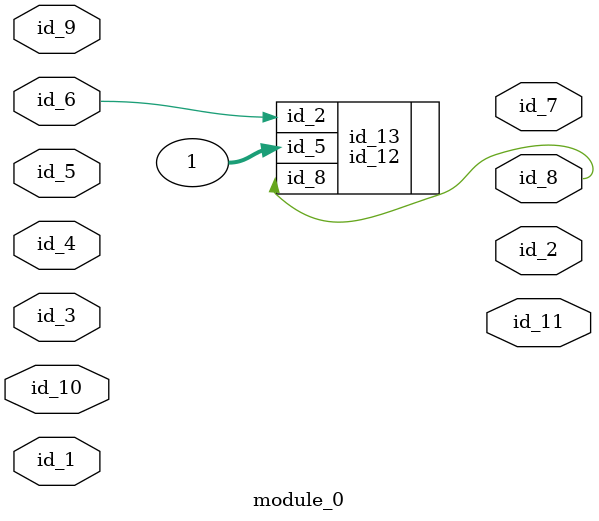
<source format=v>
localparam id_1 = 1;
`timescale 1ps / 1ps
module module_0 (
    id_1,
    id_2,
    id_3,
    id_4,
    id_5,
    id_6,
    id_7,
    id_8,
    id_9,
    id_10,
    id_11
);
  output id_11;
  input id_10;
  input id_9;
  output id_8;
  output id_7;
  input id_6;
  input id_5;
  input id_4;
  input id_3;
  output id_2;
  input id_1;
  id_12 id_13 (
      .id_5(id_10),
      .id_5(id_1),
      .id_2(id_6),
      .id_8(id_8)
  );
  id_14 id_15 (
      .id_6 (id_5),
      .id_10(1),
      .id_10(id_10)
  );
endmodule

</source>
